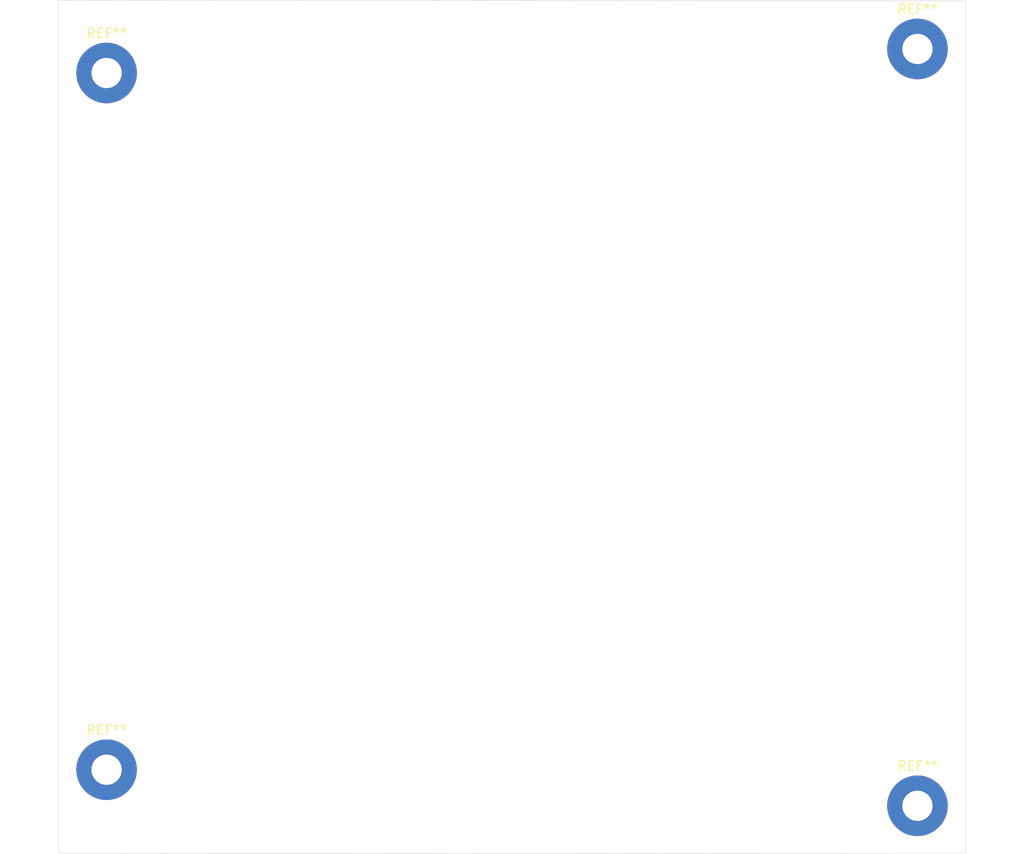
<source format=kicad_pcb>
(kicad_pcb (version 20171130) (host pcbnew 5.1.2)

  (general
    (thickness 1.6)
    (drawings 4)
    (tracks 0)
    (zones 0)
    (modules 4)
    (nets 1)
  )

  (page A4)
  (layers
    (0 F.Cu signal)
    (31 B.Cu signal)
    (32 B.Adhes user)
    (33 F.Adhes user)
    (34 B.Paste user)
    (35 F.Paste user)
    (36 B.SilkS user)
    (37 F.SilkS user)
    (38 B.Mask user)
    (39 F.Mask user)
    (40 Dwgs.User user)
    (41 Cmts.User user)
    (42 Eco1.User user)
    (43 Eco2.User user)
    (44 Edge.Cuts user)
    (45 Margin user)
    (46 B.CrtYd user)
    (47 F.CrtYd user)
    (48 B.Fab user)
    (49 F.Fab user)
  )

  (setup
    (last_trace_width 0.25)
    (trace_clearance 0.2)
    (zone_clearance 0.508)
    (zone_45_only no)
    (trace_min 0.2)
    (via_size 0.8)
    (via_drill 0.4)
    (via_min_size 0.4)
    (via_min_drill 0.3)
    (uvia_size 0.3)
    (uvia_drill 0.1)
    (uvias_allowed no)
    (uvia_min_size 0.2)
    (uvia_min_drill 0.1)
    (edge_width 0.05)
    (segment_width 0.2)
    (pcb_text_width 0.3)
    (pcb_text_size 1.5 1.5)
    (mod_edge_width 0.12)
    (mod_text_size 1 1)
    (mod_text_width 0.15)
    (pad_size 6.4 6.4)
    (pad_drill 3.200001)
    (pad_to_mask_clearance 0.051)
    (solder_mask_min_width 0.25)
    (aux_axis_origin 0 0)
    (visible_elements FFFFFF7F)
    (pcbplotparams
      (layerselection 0x010fc_ffffffff)
      (usegerberextensions false)
      (usegerberattributes false)
      (usegerberadvancedattributes false)
      (creategerberjobfile false)
      (excludeedgelayer true)
      (linewidth 0.100000)
      (plotframeref false)
      (viasonmask false)
      (mode 1)
      (useauxorigin false)
      (hpglpennumber 1)
      (hpglpenspeed 20)
      (hpglpendiameter 15.000000)
      (psnegative false)
      (psa4output false)
      (plotreference true)
      (plotvalue true)
      (plotinvisibletext false)
      (padsonsilk false)
      (subtractmaskfromsilk false)
      (outputformat 1)
      (mirror false)
      (drillshape 1)
      (scaleselection 1)
      (outputdirectory ""))
  )

  (net 0 "")

  (net_class Default "This is the default net class."
    (clearance 0.2)
    (trace_width 0.25)
    (via_dia 0.8)
    (via_drill 0.4)
    (uvia_dia 0.3)
    (uvia_drill 0.1)
  )

  (module MountingHole:MountingHole_3.2mm_M3_Pad (layer F.Cu) (tedit 56D1B4CB) (tstamp 5CE794AC)
    (at 191.77 43.18)
    (descr "Mounting Hole 3.2mm, M3")
    (tags "mounting hole 3.2mm m3")
    (attr virtual)
    (fp_text reference REF** (at 0 -4.2) (layer F.SilkS)
      (effects (font (size 1 1) (thickness 0.15)))
    )
    (fp_text value MountingHole_3.2mm_M3_Pad (at 0 4.2) (layer F.Fab)
      (effects (font (size 1 1) (thickness 0.15)))
    )
    (fp_text user %R (at 0.3 0) (layer F.Fab)
      (effects (font (size 1 1) (thickness 0.15)))
    )
    (fp_circle (center 0 0) (end 3.2 0) (layer Cmts.User) (width 0.15))
    (fp_circle (center 0 0) (end 3.45 0) (layer F.CrtYd) (width 0.05))
    (pad 1 thru_hole circle (at 0 0) (size 6.4 6.4) (drill 3.2) (layers *.Cu *.Mask))
  )

  (module MountingHole:MountingHole_3.2mm_M3_Pad (layer F.Cu) (tedit 56D1B4CB) (tstamp 5CE7949E)
    (at 191.77 123.19)
    (descr "Mounting Hole 3.2mm, M3")
    (tags "mounting hole 3.2mm m3")
    (attr virtual)
    (fp_text reference REF** (at 0 -4.2) (layer F.SilkS)
      (effects (font (size 1 1) (thickness 0.15)))
    )
    (fp_text value MountingHole_3.2mm_M3_Pad (at 0 4.2) (layer F.Fab)
      (effects (font (size 1 1) (thickness 0.15)))
    )
    (fp_circle (center 0 0) (end 3.45 0) (layer F.CrtYd) (width 0.05))
    (fp_circle (center 0 0) (end 3.2 0) (layer Cmts.User) (width 0.15))
    (fp_text user %R (at 0.3 0) (layer F.Fab)
      (effects (font (size 1 1) (thickness 0.15)))
    )
    (pad 1 thru_hole circle (at 0 0) (size 6.4 6.4) (drill 3.2) (layers *.Cu *.Mask))
  )

  (module MountingHole:MountingHole_3.2mm_M3_Pad (layer F.Cu) (tedit 56D1B4CB) (tstamp 5CE79473)
    (at 106.045 45.72)
    (descr "Mounting Hole 3.2mm, M3")
    (tags "mounting hole 3.2mm m3")
    (attr virtual)
    (fp_text reference REF** (at 0 -4.2) (layer F.SilkS)
      (effects (font (size 1 1) (thickness 0.15)))
    )
    (fp_text value MountingHole_3.2mm_M3_Pad (at 0 4.2) (layer F.Fab)
      (effects (font (size 1 1) (thickness 0.15)))
    )
    (fp_circle (center 0 0) (end 3.45 0) (layer F.CrtYd) (width 0.05))
    (fp_circle (center 0 0) (end 3.2 0) (layer Cmts.User) (width 0.15))
    (fp_text user %R (at 0.3 0) (layer F.Fab)
      (effects (font (size 1 1) (thickness 0.15)))
    )
    (pad 1 thru_hole circle (at 0 0) (size 6.4 6.4) (drill 3.2) (layers *.Cu *.Mask))
  )

  (module MountingHole:MountingHole_3.2mm_M3_Pad (layer F.Cu) (tedit 5CE74AD9) (tstamp 5CE79464)
    (at 106.045 119.38)
    (descr "Mounting Hole 3.2mm, M3")
    (tags "mounting hole 3.2mm m3")
    (attr virtual)
    (fp_text reference REF** (at 0 -4.2) (layer F.SilkS)
      (effects (font (size 1 1) (thickness 0.15)))
    )
    (fp_text value MountingHole_3.2mm_M3_Pad (at 0 4.2) (layer F.Fab)
      (effects (font (size 1 1) (thickness 0.15)))
    )
    (fp_text user %R (at 0.3 0) (layer F.Fab)
      (effects (font (size 1 1) (thickness 0.15)))
    )
    (fp_circle (center 0 0) (end 3.2 0) (layer Cmts.User) (width 0.15))
    (fp_circle (center 0 0) (end 3.45 0) (layer F.CrtYd) (width 0.05))
    (pad 1 thru_hole circle (at 0 0) (size 6.4 6.4) (drill 3.200001) (layers *.Cu *.Mask))
  )

  (gr_line (start 100.95992 38.02888) (end 100.95992 128.19888) (layer Edge.Cuts) (width 0.05) (tstamp 5CE73CCB))
  (gr_line (start 196.84492 38.1) (end 100.95484 38.02888) (layer Edge.Cuts) (width 0.05) (tstamp 5CE73C5C))
  (gr_line (start 196.85 128.27) (end 100.95992 128.19888) (layer Edge.Cuts) (width 0.05))
  (gr_line (start 196.85 38.1) (end 196.85 128.27) (layer Edge.Cuts) (width 0.05))

)

</source>
